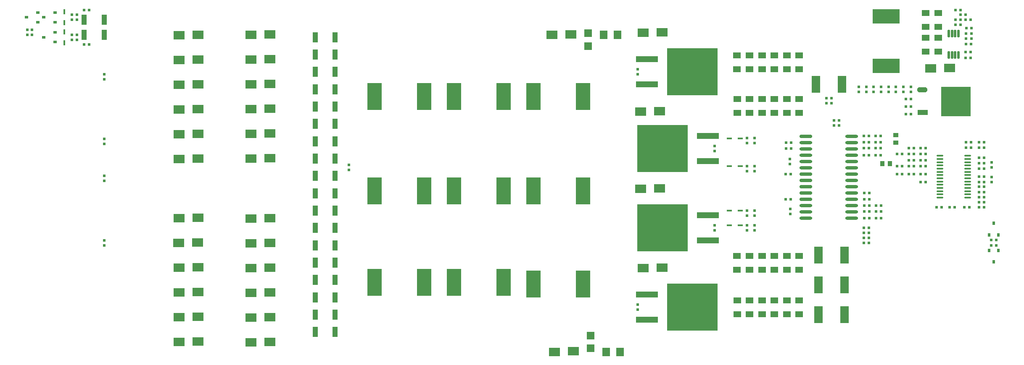
<source format=gtp>
G04*
G04 #@! TF.GenerationSoftware,Altium Limited,Altium Designer,18.1.7 (191)*
G04*
G04 Layer_Color=8421504*
%FSLAX44Y44*%
%MOMM*%
G71*
G01*
G75*
%ADD18R,0.6000X0.6000*%
%ADD19R,1.5000X1.2000*%
%ADD20R,0.6000X0.6000*%
G04:AMPARAMS|DCode=21|XSize=1.47mm|YSize=0.48mm|CornerRadius=0.06mm|HoleSize=0mm|Usage=FLASHONLY|Rotation=90.000|XOffset=0mm|YOffset=0mm|HoleType=Round|Shape=RoundedRectangle|*
%AMROUNDEDRECTD21*
21,1,1.4700,0.3600,0,0,90.0*
21,1,1.3500,0.4800,0,0,90.0*
1,1,0.1200,0.1800,0.6750*
1,1,0.1200,0.1800,-0.6750*
1,1,0.1200,-0.1800,-0.6750*
1,1,0.1200,-0.1800,0.6750*
%
%ADD21ROUNDEDRECTD21*%
%ADD22R,1.8000X3.4000*%
%ADD23R,1.6000X1.8000*%
%ADD24O,2.6000X0.7000*%
%ADD25O,2.6000X0.6604*%
%ADD26R,0.9800X0.9300*%
%ADD27R,0.9300X0.9800*%
%ADD28R,1.5000X1.5000*%
%ADD29R,1.1000X2.0000*%
%ADD30R,0.4500X1.0000*%
%ADD31R,0.5500X0.8000*%
%ADD32R,2.9000X5.4000*%
%ADD33R,0.8000X0.5500*%
%ADD34R,2.2000X1.8000*%
%ADD35R,5.4000X2.9000*%
%ADD36O,1.4000X0.3500*%
%ADD37R,6.0000X6.0000*%
G04:AMPARAMS|DCode=38|XSize=2mm|YSize=1mm|CornerRadius=0mm|HoleSize=0mm|Usage=FLASHONLY|Rotation=180.000|XOffset=0mm|YOffset=0mm|HoleType=Round|Shape=Octagon|*
%AMOCTAGOND38*
4,1,8,-1.0000,0.2500,-1.0000,-0.2500,-0.7500,-0.5000,0.7500,-0.5000,1.0000,-0.2500,1.0000,0.2500,0.7500,0.5000,-0.7500,0.5000,-1.0000,0.2500,0.0*
%
%ADD38OCTAGOND38*%

%ADD39R,2.0000X1.0000*%
%ADD40R,1.0000X0.4500*%
%ADD41R,10.1600X9.5000*%
%ADD42R,4.5000X1.2500*%
D18*
X2110000Y734920D02*
D03*
Y745080D02*
D03*
X2095000Y734920D02*
D03*
Y745080D02*
D03*
X2080000Y734920D02*
D03*
Y745080D02*
D03*
X2065000Y734920D02*
D03*
Y745080D02*
D03*
X978500Y587580D02*
D03*
Y577420D02*
D03*
X1955000Y677080D02*
D03*
Y666920D02*
D03*
X1965000Y677080D02*
D03*
Y666920D02*
D03*
X1940000Y711920D02*
D03*
Y722080D02*
D03*
X1950000Y711920D02*
D03*
Y722080D02*
D03*
X2035000Y734920D02*
D03*
Y745080D02*
D03*
X2020000D02*
D03*
Y734920D02*
D03*
X2005000D02*
D03*
Y745080D02*
D03*
X2232000Y841920D02*
D03*
Y852080D02*
D03*
X2221000Y841920D02*
D03*
Y852080D02*
D03*
X420000Y890080D02*
D03*
Y879920D02*
D03*
X430000D02*
D03*
Y890080D02*
D03*
X2273000Y581920D02*
D03*
Y592080D02*
D03*
X1780000Y641080D02*
D03*
Y630920D02*
D03*
Y454920D02*
D03*
Y465080D02*
D03*
X1780000Y485000D02*
D03*
Y495160D02*
D03*
X1780000Y585080D02*
D03*
Y574920D02*
D03*
X1795000Y485000D02*
D03*
Y495160D02*
D03*
X1795000Y585080D02*
D03*
Y574920D02*
D03*
Y454920D02*
D03*
Y465080D02*
D03*
Y641080D02*
D03*
Y630920D02*
D03*
X330000Y849920D02*
D03*
Y860080D02*
D03*
X340000Y849920D02*
D03*
Y860080D02*
D03*
X420000Y840000D02*
D03*
Y850160D02*
D03*
X485000Y435080D02*
D03*
Y424920D02*
D03*
Y640080D02*
D03*
Y629920D02*
D03*
Y554920D02*
D03*
Y565080D02*
D03*
Y759920D02*
D03*
Y770080D02*
D03*
X430000Y850080D02*
D03*
Y839920D02*
D03*
X1715000Y614920D02*
D03*
Y625080D02*
D03*
X1866000Y588920D02*
D03*
Y599080D02*
D03*
X1867000Y498080D02*
D03*
Y487920D02*
D03*
X2050000Y734920D02*
D03*
Y745080D02*
D03*
X1715000Y465080D02*
D03*
Y454920D02*
D03*
X1560000Y780080D02*
D03*
Y769920D02*
D03*
Y294920D02*
D03*
Y305080D02*
D03*
X2273000Y552920D02*
D03*
Y563080D02*
D03*
D19*
X2165000Y893954D02*
D03*
Y866046D02*
D03*
Y816046D02*
D03*
Y843954D02*
D03*
X2140000Y816046D02*
D03*
Y843954D02*
D03*
Y893954D02*
D03*
Y866046D02*
D03*
X1759968Y403906D02*
D03*
Y375998D02*
D03*
X1784968Y403906D02*
D03*
Y375998D02*
D03*
X1809967Y403906D02*
D03*
Y375998D02*
D03*
X1834967Y403906D02*
D03*
Y375998D02*
D03*
X1859967Y403906D02*
D03*
Y375998D02*
D03*
X1885000Y403954D02*
D03*
Y376046D02*
D03*
X1885033Y286094D02*
D03*
Y314002D02*
D03*
X1860033Y286094D02*
D03*
Y314002D02*
D03*
X1835034Y286094D02*
D03*
Y314002D02*
D03*
X1810034Y286094D02*
D03*
Y314002D02*
D03*
X1785034Y286094D02*
D03*
Y314002D02*
D03*
X1760034Y286094D02*
D03*
Y314002D02*
D03*
X1760000Y807954D02*
D03*
Y780046D02*
D03*
X1784966Y807906D02*
D03*
Y779998D02*
D03*
X1810000Y807954D02*
D03*
Y780046D02*
D03*
X1835000Y807954D02*
D03*
Y780046D02*
D03*
X1860000Y807954D02*
D03*
Y780046D02*
D03*
X1884967Y807906D02*
D03*
Y779998D02*
D03*
X1885000Y692046D02*
D03*
Y719954D02*
D03*
X1860000Y692046D02*
D03*
Y719954D02*
D03*
X1835000Y692046D02*
D03*
Y719954D02*
D03*
X1810000Y692046D02*
D03*
Y719954D02*
D03*
X1785000Y692046D02*
D03*
Y719954D02*
D03*
X1760034Y692094D02*
D03*
Y720002D02*
D03*
D20*
X2110080Y720000D02*
D03*
X2099920D02*
D03*
X2025080Y430000D02*
D03*
X2014920D02*
D03*
X2025080Y460000D02*
D03*
X2014920D02*
D03*
X2025080Y450000D02*
D03*
X2014920D02*
D03*
X2025080Y440000D02*
D03*
X2014920D02*
D03*
X2099920Y705000D02*
D03*
X2110080D02*
D03*
X2230080Y880000D02*
D03*
X2219920D02*
D03*
X2220920Y831000D02*
D03*
X2231080D02*
D03*
X2210080Y900000D02*
D03*
X2199920D02*
D03*
X2230080Y815000D02*
D03*
X2219920D02*
D03*
Y803000D02*
D03*
X2230080D02*
D03*
X2232080Y863000D02*
D03*
X2221920D02*
D03*
X2210080Y870000D02*
D03*
X2199920D02*
D03*
Y880000D02*
D03*
X2210080D02*
D03*
X2209920Y890000D02*
D03*
X2220080D02*
D03*
X2081920Y609000D02*
D03*
X2092080D02*
D03*
X2081920Y569000D02*
D03*
X2092080D02*
D03*
X444920Y900000D02*
D03*
X455080D02*
D03*
X2282080Y425000D02*
D03*
X2271920D02*
D03*
Y436000D02*
D03*
X2282080D02*
D03*
X2257080Y512000D02*
D03*
X2246920D02*
D03*
X2140080Y585000D02*
D03*
X2129920D02*
D03*
X2257080Y622000D02*
D03*
X2246920D02*
D03*
X2116080Y609000D02*
D03*
X2105920D02*
D03*
X2231080Y632998D02*
D03*
X2220920D02*
D03*
X2257080Y532000D02*
D03*
X2246920D02*
D03*
X2172080Y502000D02*
D03*
X2161920D02*
D03*
X2231080Y621998D02*
D03*
X2220920D02*
D03*
X2246920Y633000D02*
D03*
X2257080D02*
D03*
X2257080Y602000D02*
D03*
X2246920D02*
D03*
X1869080Y631998D02*
D03*
X1858920D02*
D03*
X2257080Y563998D02*
D03*
X2246920D02*
D03*
X2257080Y553000D02*
D03*
X2246920D02*
D03*
X2129920Y609000D02*
D03*
X2140080D02*
D03*
X2092080Y585000D02*
D03*
X2081920D02*
D03*
X2187920Y502000D02*
D03*
X2198080D02*
D03*
X2257080Y580000D02*
D03*
X2246920D02*
D03*
Y591000D02*
D03*
X2257080D02*
D03*
X1869080Y619998D02*
D03*
X1858920D02*
D03*
X444920Y830000D02*
D03*
X455080D02*
D03*
X2049080Y621000D02*
D03*
X2038920D02*
D03*
X2050080Y505000D02*
D03*
X2039920D02*
D03*
X2099920Y690000D02*
D03*
X2110080D02*
D03*
X2105920Y597000D02*
D03*
X2116080D02*
D03*
X2129920D02*
D03*
X2140080D02*
D03*
X2129920Y621000D02*
D03*
X2140080D02*
D03*
X2105920D02*
D03*
X2116080D02*
D03*
X1868080Y517998D02*
D03*
X1857920D02*
D03*
X1868080Y568998D02*
D03*
X1857920D02*
D03*
X2049080Y646000D02*
D03*
X2038920D02*
D03*
X2049080Y633000D02*
D03*
X2038920D02*
D03*
X2025080Y621000D02*
D03*
X2014920D02*
D03*
X2026080Y504998D02*
D03*
X2015920D02*
D03*
X2025080Y633000D02*
D03*
X2014920D02*
D03*
X2025080Y645998D02*
D03*
X2014920D02*
D03*
X2015920Y530998D02*
D03*
X2026080D02*
D03*
X2049080Y607000D02*
D03*
X2038920D02*
D03*
X2015920Y492998D02*
D03*
X2026080D02*
D03*
X2015920Y479998D02*
D03*
X2026080D02*
D03*
X2014920Y607000D02*
D03*
X2025080D02*
D03*
X2015920Y517998D02*
D03*
X2026080D02*
D03*
X2217920Y502000D02*
D03*
X2228080D02*
D03*
X2039920Y480000D02*
D03*
X2050080D02*
D03*
X2039920Y493000D02*
D03*
X2050080D02*
D03*
X2257080Y502000D02*
D03*
X2246920D02*
D03*
X2105920Y585000D02*
D03*
X2116080D02*
D03*
X2257080Y522000D02*
D03*
X2246920D02*
D03*
X2140080Y569000D02*
D03*
X2129920D02*
D03*
X2116080D02*
D03*
X2105920D02*
D03*
X2246920Y543000D02*
D03*
X2257080D02*
D03*
X2140080Y553000D02*
D03*
X2129920D02*
D03*
D21*
X2186250Y852500D02*
D03*
X2192750D02*
D03*
X2199250D02*
D03*
X2205750D02*
D03*
Y809500D02*
D03*
X2199250D02*
D03*
X2192750D02*
D03*
X2186250D02*
D03*
D22*
X1924000Y405000D02*
D03*
X1976000D02*
D03*
X1924000Y285000D02*
D03*
X1976000D02*
D03*
X1924000Y345000D02*
D03*
X1976000D02*
D03*
X1919000Y750000D02*
D03*
X1971000D02*
D03*
D23*
X1496000Y210000D02*
D03*
X1524000D02*
D03*
X1491000Y850000D02*
D03*
X1519000D02*
D03*
D24*
X1898782Y644996D02*
D03*
Y568796D02*
D03*
Y556096D02*
D03*
Y543396D02*
D03*
Y530696D02*
D03*
Y517996D02*
D03*
D25*
Y632296D02*
D03*
Y619596D02*
D03*
Y606896D02*
D03*
Y594196D02*
D03*
Y581496D02*
D03*
Y505296D02*
D03*
Y492596D02*
D03*
Y479896D02*
D03*
X1990782Y644996D02*
D03*
Y632296D02*
D03*
Y619596D02*
D03*
Y606896D02*
D03*
Y594196D02*
D03*
Y581496D02*
D03*
Y568796D02*
D03*
Y556096D02*
D03*
Y543396D02*
D03*
Y530696D02*
D03*
Y517996D02*
D03*
Y505296D02*
D03*
Y492596D02*
D03*
Y479896D02*
D03*
D26*
X2080000Y647700D02*
D03*
Y632300D02*
D03*
D27*
X2052300Y590000D02*
D03*
X2067700D02*
D03*
D28*
X1465000Y242954D02*
D03*
Y217046D02*
D03*
X1460000Y827046D02*
D03*
Y852954D02*
D03*
D29*
X910000Y530000D02*
D03*
X950000D02*
D03*
X950000Y845000D02*
D03*
X910000D02*
D03*
X950000Y495000D02*
D03*
X910000D02*
D03*
Y810000D02*
D03*
X950000D02*
D03*
X910000Y460000D02*
D03*
X950000D02*
D03*
Y775000D02*
D03*
X910000D02*
D03*
X950000Y425000D02*
D03*
X910000D02*
D03*
X910000Y740000D02*
D03*
X950000D02*
D03*
X910000Y390000D02*
D03*
X950000D02*
D03*
Y705000D02*
D03*
X910000D02*
D03*
X950000Y355000D02*
D03*
X910000D02*
D03*
Y670000D02*
D03*
X950000D02*
D03*
X910000Y320000D02*
D03*
X950000D02*
D03*
Y635000D02*
D03*
X910000D02*
D03*
X950000Y285000D02*
D03*
X910000D02*
D03*
Y600000D02*
D03*
X950000D02*
D03*
X910000Y250000D02*
D03*
X950000D02*
D03*
Y565000D02*
D03*
X910000D02*
D03*
X485000Y880000D02*
D03*
X445000D02*
D03*
X485000Y850000D02*
D03*
X445000D02*
D03*
D30*
X405000Y874000D02*
D03*
Y896000D02*
D03*
Y856000D02*
D03*
Y834000D02*
D03*
D31*
X2277000Y391500D02*
D03*
X2267500Y414500D02*
D03*
X2286500D02*
D03*
X2276800Y469200D02*
D03*
X2286300Y446200D02*
D03*
X2267300D02*
D03*
D32*
X1290000Y535000D02*
D03*
X1190000D02*
D03*
X1290000Y725000D02*
D03*
X1190000D02*
D03*
X1030000D02*
D03*
X1130000D02*
D03*
X1190000Y350000D02*
D03*
X1290000D02*
D03*
X1030000D02*
D03*
X1130000D02*
D03*
X1030000Y535000D02*
D03*
X1130000D02*
D03*
X1350000Y725000D02*
D03*
X1450000D02*
D03*
X1350000Y535000D02*
D03*
X1450000D02*
D03*
X1350000Y346998D02*
D03*
X1450000D02*
D03*
D33*
X386500Y875500D02*
D03*
Y894500D02*
D03*
X363500Y885000D02*
D03*
X351500Y875500D02*
D03*
Y894500D02*
D03*
X328500Y885000D02*
D03*
X386500Y835500D02*
D03*
Y854500D02*
D03*
X363500Y845000D02*
D03*
D34*
X1566000Y695000D02*
D03*
X1604000Y696000D02*
D03*
X2150000Y782000D02*
D03*
X2188000Y783000D02*
D03*
X674000Y600000D02*
D03*
X636000Y599000D02*
D03*
X819000Y851000D02*
D03*
X781000Y850000D02*
D03*
X636000Y849000D02*
D03*
X674000Y850000D02*
D03*
X781000Y229000D02*
D03*
X819000Y230000D02*
D03*
X674000Y231000D02*
D03*
X636000Y230000D02*
D03*
X781000Y479000D02*
D03*
X819000Y480000D02*
D03*
X781000Y429000D02*
D03*
X819000Y430000D02*
D03*
X781000Y379000D02*
D03*
X819000Y380000D02*
D03*
X781000Y329000D02*
D03*
X819000Y330000D02*
D03*
X781000Y279000D02*
D03*
X819000Y280000D02*
D03*
X674000Y481000D02*
D03*
X636000Y480000D02*
D03*
X673000Y431000D02*
D03*
X635000Y430000D02*
D03*
X674000Y381000D02*
D03*
X636000Y380000D02*
D03*
X674000Y331000D02*
D03*
X636000Y330000D02*
D03*
X674000Y281000D02*
D03*
X636000Y280000D02*
D03*
X819000Y601000D02*
D03*
X781000Y600000D02*
D03*
X819000Y651000D02*
D03*
X781000Y650000D02*
D03*
X819000Y701000D02*
D03*
X781000Y700000D02*
D03*
X819000Y751000D02*
D03*
X781000Y750000D02*
D03*
X819000Y801000D02*
D03*
X781000Y800000D02*
D03*
X636000Y799000D02*
D03*
X674000Y800000D02*
D03*
X636000Y749000D02*
D03*
X674000Y750000D02*
D03*
X636000Y699000D02*
D03*
X674000Y700000D02*
D03*
X636000Y649000D02*
D03*
X674000Y650000D02*
D03*
X1571000Y379000D02*
D03*
X1609000Y380000D02*
D03*
X1571000Y854000D02*
D03*
X1609000Y855000D02*
D03*
X1604000Y540000D02*
D03*
X1566000Y539000D02*
D03*
X1430000Y211000D02*
D03*
X1392000Y210000D02*
D03*
X1425000Y851000D02*
D03*
X1387000Y850000D02*
D03*
D35*
X2060000Y787000D02*
D03*
Y887000D02*
D03*
D36*
X2224374Y521278D02*
D03*
Y527778D02*
D03*
Y534278D02*
D03*
Y540778D02*
D03*
Y547278D02*
D03*
Y553778D02*
D03*
Y560278D02*
D03*
Y566778D02*
D03*
Y573278D02*
D03*
Y579778D02*
D03*
Y586278D02*
D03*
Y592778D02*
D03*
Y599278D02*
D03*
Y605778D02*
D03*
X2168374Y521278D02*
D03*
Y527778D02*
D03*
Y534278D02*
D03*
Y540778D02*
D03*
Y547278D02*
D03*
Y553778D02*
D03*
Y560278D02*
D03*
Y566778D02*
D03*
Y573278D02*
D03*
Y579778D02*
D03*
Y586278D02*
D03*
Y592778D02*
D03*
Y599278D02*
D03*
Y605778D02*
D03*
D37*
X2200500Y715000D02*
D03*
D38*
X2133000Y739000D02*
D03*
D39*
X2134000Y693000D02*
D03*
D40*
X1766000Y585000D02*
D03*
X1744000D02*
D03*
X1766000Y495000D02*
D03*
X1744000D02*
D03*
X1766000Y465000D02*
D03*
X1744000D02*
D03*
X1766000Y641000D02*
D03*
X1744000D02*
D03*
D41*
X1610000Y620000D02*
D03*
Y460000D02*
D03*
X1670000Y300000D02*
D03*
Y775000D02*
D03*
D42*
X1701440Y594600D02*
D03*
Y645400D02*
D03*
Y434600D02*
D03*
Y485400D02*
D03*
X1578560Y325400D02*
D03*
Y274600D02*
D03*
Y800400D02*
D03*
Y749600D02*
D03*
M02*

</source>
